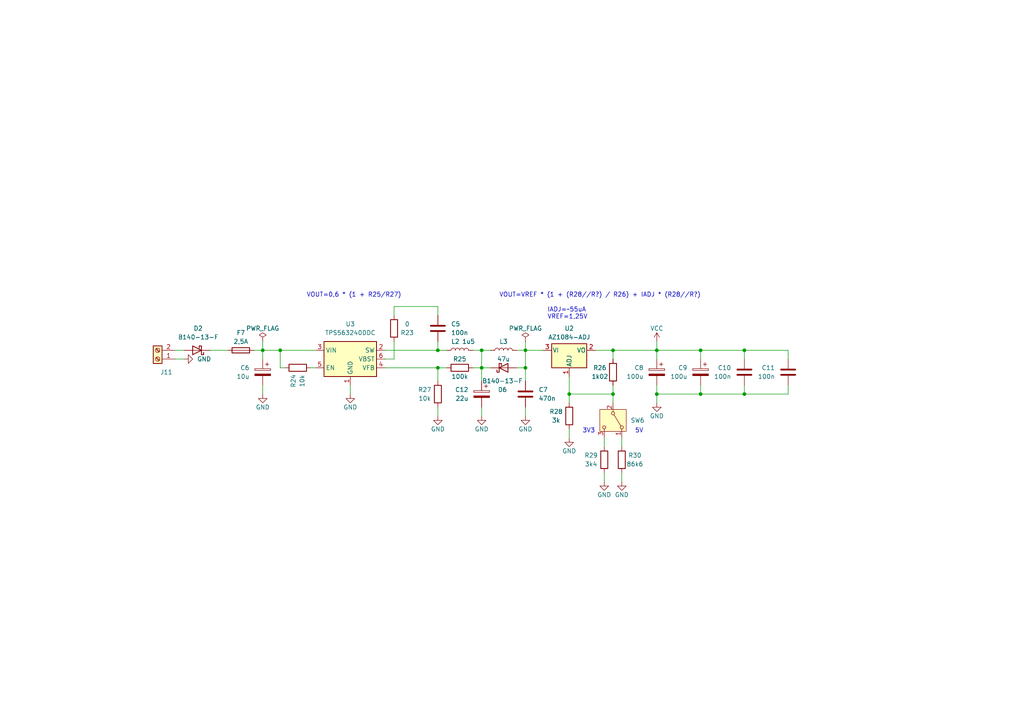
<source format=kicad_sch>
(kicad_sch (version 20230121) (generator eeschema)
  (paper "A4")
  (title_block (title "${acronym} - ${title}") (date "${date}") (rev "${revision}") (company "${company}") (comment 1 "${creator}") (comment 2 "${license}"))
  (lib_symbols
    (symbol "Connector:Screw_Terminal_01x02" (pin_names (offset 1.016) hide)
      (property "Reference" "J" (at 0 2.54 0))
      (property "Value" "Screw_Terminal_01x02" (at 0 -5.08 0))
      (symbol "Screw_Terminal_01x02_1_1"
        (rectangle (start -1.27 1.27) (end 1.27 -3.81) (stroke (width 0.254)) (fill (type background)))
        (circle (center 0 -2.54) (radius 0.635) (stroke (width 0.1524)))
        (polyline (pts (xy -0.5334 -2.2098) (xy 0.3302 -3.048)) (stroke (width 0.1524)))
        (polyline (pts (xy -0.5334 0.3302) (xy 0.3302 -0.508)) (stroke (width 0.1524)))
        (polyline (pts (xy -0.3556 -2.032) (xy 0.508 -2.8702)) (stroke (width 0.1524)))
        (polyline (pts (xy -0.3556 0.508) (xy 0.508 -0.3302)) (stroke (width 0.1524)))
        (circle (center 0 0) (radius 0.635) (stroke (width 0.1524)))
        (pin passive line (at -5.08 0 0) (length 3.81) (name "Pin_1") (number "1"))
        (pin passive line (at -5.08 -2.54 0) (length 3.81) (name "Pin_2") (number "2"))
      )
    )
    (symbol "Device:C" (pin_numbers hide) (pin_names (offset 0.254))
      (property "Reference" "C" (at 0.635 2.54 0))
      (property "Value" "C" (at 0.635 -2.54 0))
      (symbol "C_0_1"
        (polyline (pts (xy -2.032 -0.762) (xy 2.032 -0.762)) (stroke (width 0.508)))
        (polyline (pts (xy -2.032 0.762) (xy 2.032 0.762)) (stroke (width 0.508)))
      )
      (symbol "C_1_1"
        (pin passive line (at 0 3.81 270) (length 2.794) (name "~") (number "1"))
        (pin passive line (at 0 -3.81 90) (length 2.794) (name "~") (number "2"))
      )
    )
    (symbol "Device:C_Polarized" (pin_numbers hide) (pin_names (offset 0.254))
      (property "Reference" "C" (at 0.635 2.54 0))
      (property "Value" "C_Polarized" (at 0.635 -2.54 0))
      (symbol "C_Polarized_0_1"
        (rectangle (start -2.286 0.508) (end 2.286 1.016))
        (polyline (pts (xy -1.778 2.286) (xy -0.762 2.286)))
        (polyline (pts (xy -1.27 2.794) (xy -1.27 1.778)))
        (rectangle (start 2.286 -0.508) (end -2.286 -1.016) (fill (type outline)))
      )
      (symbol "C_Polarized_1_1"
        (pin passive line (at 0 3.81 270) (length 2.794) (name "~") (number "1"))
        (pin passive line (at 0 -3.81 90) (length 2.794) (name "~") (number "2"))
      )
    )
    (symbol "Device:D_Schottky" (pin_numbers hide) (pin_names (offset 1.016) hide)
      (property "Reference" "D" (at 0 2.54 0))
      (property "Value" "D_Schottky" (at 0 -2.54 0))
      (symbol "D_Schottky_0_1"
        (polyline (pts (xy 1.27 0) (xy -1.27 0)))
        (polyline (pts (xy 1.27 1.27) (xy 1.27 -1.27) (xy -1.27 0) (xy 1.27 1.27)) (stroke (width 0.254)))
        (polyline (pts (xy -1.905 0.635) (xy -1.905 1.27) (xy -1.27 1.27) (xy -1.27 -1.27) (xy -0.635 -1.27) (xy -0.635 -0.635)) (stroke (width 0.254)))
      )
      (symbol "D_Schottky_1_1"
        (pin passive line (at -3.81 0 0) (length 2.54) (name "K") (number "1"))
        (pin passive line (at 3.81 0 180) (length 2.54) (name "A") (number "2"))
      )
    )
    (symbol "Device:Fuse" (pin_numbers hide) (pin_names (offset 0))
      (property "Reference" "F" (at 2.032 0 90))
      (property "Value" "Fuse" (at -1.905 0 90))
      (symbol "Fuse_0_1"
        (rectangle (start -0.762 -2.54) (end 0.762 2.54) (stroke (width 0.254)))
        (polyline (pts (xy 0 2.54) (xy 0 -2.54)))
      )
      (symbol "Fuse_1_1"
        (pin passive line (at 0 3.81 270) (length 1.27) (name "~") (number "1"))
        (pin passive line (at 0 -3.81 90) (length 1.27) (name "~") (number "2"))
      )
    )
    (symbol "Device:L" (pin_numbers hide) (pin_names (offset 1.016) hide)
      (property "Reference" "L" (at -1.27 0 90))
      (property "Value" "L" (at 1.905 0 90))
      (symbol "L_0_1"
        (arc (start 0 -2.54) (mid 0.6323 -1.905) (end 0 -1.27))
        (arc (start 0 -1.27) (mid 0.6323 -0.635) (end 0 0))
        (arc (start 0 0) (mid 0.6323 0.635) (end 0 1.27))
        (arc (start 0 1.27) (mid 0.6323 1.905) (end 0 2.54))
      )
      (symbol "L_1_1"
        (pin passive line (at 0 3.81 270) (length 1.27) (name "1") (number "1"))
        (pin passive line (at 0 -3.81 90) (length 1.27) (name "2") (number "2"))
      )
    )
    (symbol "Device:R" (pin_numbers hide) (pin_names (offset 0))
      (property "Reference" "R" (at 2.032 0 90))
      (property "Value" "R" (at 0 0 90))
      (symbol "R_0_1"
        (rectangle (start -1.016 -2.54) (end 1.016 2.54) (stroke (width 0.254)))
      )
      (symbol "R_1_1"
        (pin passive line (at 0 3.81 270) (length 1.27) (name "~") (number "1"))
        (pin passive line (at 0 -3.81 90) (length 1.27) (name "~") (number "2"))
      )
    )
    (symbol "Regulator_Linear:LM1084-ADJ" (pin_names (offset 0.254))
      (property "Reference" "U" (at -3.81 3.175 0))
      (property "Value" "LM1084-ADJ" (at 0 3.175 0))
      (symbol "LM1084-ADJ_0_1"
        (rectangle (start -5.08 1.905) (end 5.08 -5.08) (stroke (width 0.254)) (fill (type background)))
      )
      (symbol "LM1084-ADJ_1_1"
        (pin input line (at 0 -7.62 90) (length 2.54) (name "ADJ") (number "1"))
        (pin power_out line (at 7.62 0 180) (length 2.54) (name "VO") (number "2"))
        (pin power_in line (at -7.62 0 0) (length 2.54) (name "VI") (number "3"))
      )
    )
    (symbol "Regulator_Switching:TPS563240DDC"
      (property "Reference" "U" (at -7.62 6.35 0))
      (property "Value" "TPS563240DDC" (at -2.54 6.35 0))
      (symbol "TPS563240DDC_0_1"
        (rectangle (start -7.62 5.08) (end 7.62 -5.08) (stroke (width 0.254)) (fill (type background)))
      )
      (symbol "TPS563240DDC_1_1"
        (pin power_in line (at 0 -7.62 90) (length 2.54) (name "GND") (number "1"))
        (pin output line (at 10.16 2.54 180) (length 2.54) (name "SW") (number "2"))
        (pin power_in line (at -10.16 2.54 0) (length 2.54) (name "VIN") (number "3"))
        (pin input line (at 10.16 -2.54 180) (length 2.54) (name "VFB") (number "4"))
        (pin input line (at -10.16 -2.54 0) (length 2.54) (name "EN") (number "5"))
        (pin passive line (at 10.16 0 180) (length 2.54) (name "VBST") (number "6"))
      )
    )
    (symbol "Switch:SW_SPDT" (pin_names (offset 0) hide)
      (property "Reference" "SW" (at 0 5.08 0))
      (property "Value" "SW_SPDT" (at 0 -5.08 0))
      (symbol "SW_SPDT_0_1"
        (circle (center -2.032 0) (radius 0.4572))
        (polyline (pts (xy -1.651 0.254) (xy 1.651 2.286)))
        (circle (center 2.032 -2.54) (radius 0.4572))
        (circle (center 2.032 2.54) (radius 0.4572))
      )
      (symbol "SW_SPDT_1_1"
        (rectangle (start -3.175 3.81) (end 3.175 -3.81) (fill (type background)))
        (pin passive line (at 5.08 2.54 180) (length 2.54) (name "A") (number "1"))
        (pin passive line (at -5.08 0 0) (length 2.54) (name "B") (number "2"))
        (pin passive line (at 5.08 -2.54 180) (length 2.54) (name "C") (number "3"))
      )
    )
    (symbol "power:GND" (power) (pin_names (offset 0))
      (property "Value" "GND" (at 0 -3.81 0))
      (symbol "GND_0_1"
        (polyline (pts (xy 0 0) (xy 0 -1.27) (xy 1.27 -1.27) (xy 0 -2.54) (xy -1.27 -1.27) (xy 0 -1.27)))
      )
      (symbol "GND_1_1"
        (pin power_in line (at 0 0 270) (length 0) hide (name "GND") (number "1"))
      )
    )
    (symbol "power:PWR_FLAG" (power) (pin_numbers hide) (pin_names (offset 0) hide)
      (property "Value" "PWR_FLAG" (at 0 3.81 0))
      (symbol "PWR_FLAG_0_0"
        (pin power_out line (at 0 0 90) (length 0) (name "pwr") (number "1"))
      )
      (symbol "PWR_FLAG_0_1"
        (polyline (pts (xy 0 0) (xy 0 1.27) (xy -1.016 1.905) (xy 0 2.54) (xy 1.016 1.905) (xy 0 1.27)))
      )
    )
    (symbol "power:VCC" (power) (pin_names (offset 0))
      (property "Value" "VCC" (at 0 3.81 0))
      (symbol "VCC_0_1"
        (polyline (pts (xy -0.762 1.27) (xy 0 2.54)))
        (polyline (pts (xy 0 0) (xy 0 2.54)))
        (polyline (pts (xy 0 2.54) (xy 0.762 1.27)))
      )
      (symbol "VCC_1_1"
        (pin power_in line (at 0 0 90) (length 0) hide (name "VCC") (number "1"))
      )
    )
  )
  (junction (at 139.7 101.6))
  (junction (at 215.9 114.3))
  (junction (at 165.1 114.3))
  (junction (at 190.5 101.6))
  (junction (at 76.2 101.6))
  (junction (at 152.4 106.68))
  (junction (at 177.8 114.3))
  (junction (at 190.5 114.3))
  (junction (at 127 106.68))
  (junction (at 203.2 101.6))
  (junction (at 152.4 101.6))
  (junction (at 203.2 114.3))
  (junction (at 81.28 101.6))
  (junction (at 139.7 106.68))
  (junction (at 215.9 101.6))
  (junction (at 177.8 101.6))
  (junction (at 127 101.6))
  (wire (pts (xy 139.7 101.6) (xy 142.24 101.6)))
  (wire (pts (xy 73.66 101.6) (xy 76.2 101.6)))
  (wire (pts (xy 203.2 104.14) (xy 203.2 101.6)))
  (wire (pts (xy 114.3 99.06) (xy 114.3 104.14)))
  (wire (pts (xy 149.86 106.68) (xy 152.4 106.68)))
  (wire (pts (xy 165.1 114.3) (xy 165.1 116.84)))
  (wire (pts (xy 60.96 101.6) (xy 66.04 101.6)))
  (wire (pts (xy 203.2 111.76) (xy 203.2 114.3)))
  (wire (pts (xy 228.6 104.14) (xy 228.6 101.6)))
  (wire (pts (xy 180.34 127) (xy 180.34 129.54)))
  (wire (pts (xy 190.5 111.76) (xy 190.5 114.3)))
  (wire (pts (xy 81.28 101.6) (xy 91.44 101.6)))
  (wire (pts (xy 215.9 111.76) (xy 215.9 114.3)))
  (wire (pts (xy 139.7 106.68) (xy 142.24 106.68)))
  (wire (pts (xy 127 88.9) (xy 127 91.44)))
  (wire (pts (xy 149.86 101.6) (xy 152.4 101.6)))
  (wire (pts (xy 152.4 101.6) (xy 152.4 106.68)))
  (wire (pts (xy 81.28 106.68) (xy 82.55 106.68)))
  (wire (pts (xy 177.8 111.76) (xy 177.8 114.3)))
  (wire (pts (xy 53.34 104.14) (xy 50.8 104.14)))
  (wire (pts (xy 165.1 109.22) (xy 165.1 114.3)))
  (wire (pts (xy 127 118.11) (xy 127 120.65)))
  (wire (pts (xy 137.16 106.68) (xy 139.7 106.68)))
  (wire (pts (xy 175.26 137.16) (xy 175.26 139.7)))
  (wire (pts (xy 203.2 101.6) (xy 215.9 101.6)))
  (wire (pts (xy 111.76 101.6) (xy 127 101.6)))
  (wire (pts (xy 127 106.68) (xy 127 110.49)))
  (wire (pts (xy 114.3 88.9) (xy 114.3 91.44)))
  (wire (pts (xy 175.26 127) (xy 175.26 129.54)))
  (wire (pts (xy 165.1 114.3) (xy 177.8 114.3)))
  (wire (pts (xy 139.7 106.68) (xy 139.7 110.49)))
  (wire (pts (xy 114.3 104.14) (xy 111.76 104.14)))
  (wire (pts (xy 190.5 114.3) (xy 203.2 114.3)))
  (wire (pts (xy 190.5 99.06) (xy 190.5 101.6)))
  (wire (pts (xy 139.7 101.6) (xy 139.7 106.68)))
  (wire (pts (xy 90.17 106.68) (xy 91.44 106.68)))
  (wire (pts (xy 203.2 114.3) (xy 215.9 114.3)))
  (wire (pts (xy 152.4 118.11) (xy 152.4 120.65)))
  (wire (pts (xy 114.3 88.9) (xy 127 88.9)))
  (wire (pts (xy 127 106.68) (xy 129.54 106.68)))
  (wire (pts (xy 50.8 101.6) (xy 53.34 101.6)))
  (wire (pts (xy 215.9 101.6) (xy 228.6 101.6)))
  (wire (pts (xy 190.5 101.6) (xy 203.2 101.6)))
  (wire (pts (xy 190.5 114.3) (xy 190.5 116.84)))
  (wire (pts (xy 81.28 101.6) (xy 81.28 106.68)))
  (wire (pts (xy 190.5 104.14) (xy 190.5 101.6)))
  (wire (pts (xy 152.4 101.6) (xy 157.48 101.6)))
  (wire (pts (xy 180.34 137.16) (xy 180.34 139.7)))
  (wire (pts (xy 127 99.06) (xy 127 101.6)))
  (wire (pts (xy 228.6 111.76) (xy 228.6 114.3)))
  (wire (pts (xy 137.16 101.6) (xy 139.7 101.6)))
  (wire (pts (xy 165.1 124.46) (xy 165.1 127)))
  (wire (pts (xy 76.2 101.6) (xy 76.2 104.14)))
  (wire (pts (xy 76.2 111.76) (xy 76.2 114.3)))
  (wire (pts (xy 228.6 114.3) (xy 215.9 114.3)))
  (wire (pts (xy 177.8 101.6) (xy 190.5 101.6)))
  (wire (pts (xy 101.6 111.76) (xy 101.6 114.3)))
  (wire (pts (xy 139.7 118.11) (xy 139.7 120.65)))
  (wire (pts (xy 111.76 106.68) (xy 127 106.68)))
  (wire (pts (xy 76.2 101.6) (xy 81.28 101.6)))
  (wire (pts (xy 215.9 104.14) (xy 215.9 101.6)))
  (wire (pts (xy 177.8 101.6) (xy 177.8 104.14)))
  (wire (pts (xy 177.8 114.3) (xy 177.8 116.84)))
  (wire (pts (xy 127 101.6) (xy 129.54 101.6)))
  (wire (pts (xy 152.4 99.06) (xy 152.4 101.6)))
  (wire (pts (xy 76.2 99.06) (xy 76.2 101.6)))
  (wire (pts (xy 172.72 101.6) (xy 177.8 101.6)))
  (wire (pts (xy 152.4 106.68) (xy 152.4 110.49)))
  (text "VOUT=0,6 * (1 + R25/R27)" (at 88.9 86.36 0) (effects (font (size 1.27 1.27)) (justify left bottom)))
  (text "VOUT=VREF * (1 + (R28//R?) / R26) + IADJ * (R28//R?)" (at 144.78 86.36 0) (effects (font (size 1.27 1.27)) (justify left bottom)))
  (text "3V3" (at 168.91 125.73 0) (effects (font (size 1.27 1.27)) (justify left bottom)))
  (text "5V" (at 184.15 125.73 0) (effects (font (size 1.27 1.27)) (justify left bottom)))
  (text "IADJ=~55uA\nVREF=1,25V" (at 158.75 92.71 0) (effects (font (size 1.27 1.27)) (justify left bottom)))
  (symbol (lib_id "Device:C_Polarized") (at 190.5 107.95 0) (mirror y) (unit 1)
    (property "Reference" "C8" (at 186.69 106.68 0) (effects (justify left)))
    (property "Value" "100u" (at 186.69 109.22 0) (effects (justify left)))
    (property "Footprint" "Capacitor_SMD:CP_Elec_5x5.4" (effects hide))
    (property "Vendor" "DigiKey" (effects hide))
    (property "VendorId" "10-EEE-FN1C101URCT-ND" (effects hide))
  )
  (symbol (lib_id "Device:R") (at 127 114.3 0) (mirror x) (unit 1)
    (property "Reference" "R27" (at 123.19 113.03 0))
    (property "Value" "10k" (at 123.19 115.57 0))
    (property "Footprint" "Resistor_SMD:R_1206_3216Metric" (effects hide))
    (property "Vendor" "HTL" (effects hide))
    (property "VendorId" "102967" (effects hide))
  )
  (symbol (lib_id "power:GND") (at 127 120.65 0) (unit 1)
    (property "Reference" "#PWR042" (effects hide))
    (property "Value" "GND" (at 127 124.46 0))
  )
  (symbol (lib_id "power:GND") (at 180.34 139.7 0) (mirror y) (unit 1)
    (property "Reference" "#PWR046" (effects hide))
    (property "Value" "GND" (at 180.34 143.51 0))
  )
  (symbol (lib_id "Regulator_Switching:TPS563240DDC") (at 101.6 104.14 0) (unit 1)
    (property "Reference" "U3" (at 101.6 93.98 0))
    (property "Value" "TPS563240DDC" (at 101.6 96.52 0))
    (property "Footprint" "Package_TO_SOT_SMD:SOT-23-6" (effects hide))
    (property "Datasheet" "www.ti.com/lit/ds/symlink/tps563240.pdf" (effects hide))
    (property "Vendor" "DigiKey" (effects hide))
    (property "VendorId" "296-TPS563240DDCRCT-ND" (effects hide))
  )
  (symbol (lib_id "power:GND") (at 76.2 114.3 0) (unit 1)
    (property "Reference" "#PWR038" (effects hide))
    (property "Value" "GND" (at 76.2 118.11 0))
  )
  (symbol (lib_id "Device:R") (at 86.36 106.68 270) (mirror x) (unit 1)
    (property "Reference" "R24" (at 85.09 110.49 0))
    (property "Value" "10k" (at 87.63 110.49 0))
    (property "Footprint" "Resistor_SMD:R_1206_3216Metric" (effects hide))
    (property "Vendor" "HTL" (effects hide))
    (property "VendorId" "102967" (effects hide))
  )
  (symbol (lib_id "Device:C_Polarized") (at 139.7 114.3 0) (mirror y) (unit 1)
    (property "Reference" "C12" (at 135.89 113.03 0) (effects (justify left)))
    (property "Value" "22u" (at 135.89 115.57 0) (effects (justify left)))
    (property "Footprint" "Capacitor_SMD:CP_Elec_5x5.4" (effects hide))
    (property "Vendor" "DigiKey" (effects hide))
    (property "VendorId" "399-11438-1-ND" (effects hide))
  )
  (symbol (lib_id "Device:L") (at 133.35 101.6 90) (unit 1)
    (property "Reference" "L2" (at 132.08 99.06 90))
    (property "Value" "1u5" (at 135.89 99.06 90))
    (property "Footprint" "Inductor_SMD:L_Bourns_SRP7028A_7.3x6.6mm" (effects hide))
    (property "Vendor" "DigiKey" (effects hide))
    (property "VendorId" "553-4005-1-ND" (effects hide))
  )
  (symbol (lib_id "Device:R") (at 114.3 95.25 0) (mirror y) (unit 1)
    (property "Reference" "R23" (at 118.11 96.52 0))
    (property "Value" "0" (at 118.11 93.98 0))
    (property "Footprint" "Resistor_SMD:R_1206_3216Metric" (effects hide))
    (property "Vendor" "HTL" (effects hide))
    (property "VendorId" "102902" (effects hide))
  )
  (symbol (lib_id "power:GND") (at 139.7 120.65 0) (unit 1)
    (property "Reference" "#PWR043" (effects hide))
    (property "Value" "GND" (at 139.7 124.46 0))
  )
  (symbol (lib_id "power:GND") (at 53.34 104.14 90) (unit 1)
    (property "Reference" "#PWR037" (effects hide))
    (property "Value" "GND" (at 57.15 104.14 90) (effects (justify right)))
  )
  (symbol (lib_id "Device:R") (at 177.8 107.95 0) (mirror x) (unit 1)
    (property "Reference" "R26" (at 173.99 106.68 0))
    (property "Value" "1k02" (at 173.99 109.22 0))
    (property "Footprint" "Resistor_SMD:R_1206_3216Metric" (effects hide))
    (property "Vendor" "DigiKey" (effects hide))
    (property "VendorId" "311-1.02KFRCT-ND" (effects hide))
  )
  (symbol (lib_id "Device:C") (at 152.4 114.3 180) (unit 1)
    (property "Reference" "C7" (at 156.21 113.03 0) (effects (justify right)))
    (property "Value" "470n" (at 156.21 115.57 0) (effects (justify right)))
    (property "Footprint" "Capacitor_SMD:C_1206_3216Metric" (effects hide))
    (property "Vendor" "HTL" (effects hide))
    (property "VendorId" "103260" (effects hide))
  )
  (symbol (lib_id "Device:R") (at 165.1 120.65 0) (mirror x) (unit 1)
    (property "Reference" "R28" (at 161.29 119.38 0))
    (property "Value" "3k" (at 161.29 121.92 0))
    (property "Footprint" "Resistor_SMD:R_1206_3216Metric" (effects hide))
    (property "Vendor" "DigiKey" (effects hide))
    (property "VendorId" "RMCF1206JT3K00CT-ND" (effects hide))
  )
  (symbol (lib_id "Device:L") (at 146.05 101.6 90) (unit 1)
    (property "Reference" "L3" (at 146.05 99.06 90))
    (property "Value" "47u" (at 146.05 104.14 90))
    (property "Footprint" "Inductor_SMD:L_Bourns_SRN8040TA" (effects hide))
    (property "Vendor" "DigiKey" (effects hide))
    (property "VendorId" "283-SDCHA1V8040-470-RCT-ND" (effects hide))
  )
  (symbol (lib_id "Device:C") (at 215.9 107.95 0) (mirror x) (unit 1)
    (property "Reference" "C10" (at 212.09 106.68 0) (effects (justify right)))
    (property "Value" "100n" (at 212.09 109.22 0) (effects (justify right)))
    (property "Footprint" "Capacitor_SMD:C_1206_3216Metric" (effects hide))
    (property "Vendor" "HTL" (effects hide))
    (property "VendorId" "100128" (effects hide))
  )
  (symbol (lib_id "power:GND") (at 101.6 114.3 0) (unit 1)
    (property "Reference" "#PWR039" (effects hide))
    (property "Value" "GND" (at 101.6 118.11 0))
  )
  (symbol (lib_id "power:GND") (at 165.1 127 0) (mirror y) (unit 1)
    (property "Reference" "#PWR044" (effects hide))
    (property "Value" "GND" (at 165.1 130.81 0))
  )
  (symbol (lib_id "Device:R") (at 175.26 133.35 0) (mirror x) (unit 1)
    (property "Reference" "R29" (at 171.45 132.08 0))
    (property "Value" "3k4" (at 171.45 134.62 0))
    (property "Footprint" "Resistor_SMD:R_1206_3216Metric" (effects hide))
    (property "Vendor" "DigiKey" (effects hide))
    (property "VendorId" "311-3.40KFRCT-ND" (effects hide))
  )
  (symbol (lib_id "Device:R") (at 133.35 106.68 270) (mirror x) (unit 1)
    (property "Reference" "R25" (at 133.35 104.14 90))
    (property "Value" "100k" (at 133.35 109.22 90))
    (property "Footprint" "Resistor_SMD:R_1206_3216Metric" (effects hide))
    (property "Vendor" "HTL" (effects hide))
    (property "VendorId" "102987" (effects hide))
  )
  (symbol (lib_id "Device:Fuse") (at 69.85 101.6 90) (unit 1)
    (property "Reference" "F7" (at 69.85 96.52 90))
    (property "Value" "2,5A" (at 69.85 99.06 90))
    (property "Footprint" "Fuse:Fuse_1812_4532Metric" (effects hide))
    (property "Vendor" "DigiKey" (effects hide))
    (property "VendorId" "507-1773-1-ND" (effects hide))
  )
  (symbol (lib_id "Switch:SW_SPDT") (at 177.8 121.92 270) (unit 1)
    (property "Reference" "SW6" (at 182.88 121.92 90) (effects (justify left)))
    (property "Value" "SW_SPDT" (effects hide))
    (property "Footprint" "Button_Switch_SMD:SW_SPDT_CK_JS102011SAQN" (effects hide))
    (property "Vendor" "DigiKey" (effects hide))
    (property "VendorId" "401-1999-1-ND" (effects hide))
  )
  (symbol (lib_id "Device:C") (at 127 95.25 180) (unit 1)
    (property "Reference" "C5" (at 130.81 93.98 0) (effects (justify right)))
    (property "Value" "100n" (at 130.81 96.52 0) (effects (justify right)))
    (property "Footprint" "Capacitor_SMD:C_1206_3216Metric" (effects hide))
    (property "Vendor" "HTL" (effects hide))
    (property "VendorId" "100128" (effects hide))
  )
  (symbol (lib_id "Device:C") (at 228.6 107.95 0) (mirror x) (unit 1)
    (property "Reference" "C11" (at 224.79 106.68 0) (effects (justify right)))
    (property "Value" "100n" (at 224.79 109.22 0) (effects (justify right)))
    (property "Footprint" "Capacitor_SMD:C_1206_3216Metric" (effects hide))
    (property "Vendor" "HTL" (effects hide))
    (property "VendorId" "100128" (effects hide))
  )
  (symbol (lib_id "Device:R") (at 180.34 133.35 180) (unit 1)
    (property "Reference" "R30" (at 184.15 132.08 0))
    (property "Value" "86k6" (at 184.15 134.62 0))
    (property "Footprint" "Resistor_SMD:R_1206_3216Metric" (effects hide))
    (property "Vendor" "DigiKey" (effects hide))
    (property "VendorId" "311-86.6KFRCT-ND" (effects hide))
  )
  (symbol (lib_id "Device:C_Polarized") (at 203.2 107.95 0) (mirror y) (unit 1)
    (property "Reference" "C9" (at 199.39 106.68 0) (effects (justify left)))
    (property "Value" "100u" (at 199.39 109.22 0) (effects (justify left)))
    (property "Footprint" "Capacitor_SMD:CP_Elec_5x5.4" (effects hide))
    (property "Vendor" "DigiKey" (effects hide))
    (property "VendorId" "10-EEE-FN1C101URCT-ND" (effects hide))
  )
  (symbol (lib_id "Device:D_Schottky") (at 57.15 101.6 180) (unit 1)
    (property "Reference" "D2" (at 57.4675 95.25 0))
    (property "Value" "B140-13-F" (at 57.4675 97.79 0))
    (property "Footprint" "Diode_SMD:D_SMA" (effects hide))
    (property "Vendor" "HTL" (effects hide))
    (property "VendorId" "103360" (effects hide))
  )
  (symbol (lib_id "Device:D_Schottky") (at 146.05 106.68 0) (mirror x) (unit 1)
    (property "Reference" "D6" (at 145.7325 113.03 0))
    (property "Value" "B140-13-F" (at 145.7325 110.49 0))
    (property "Footprint" "Diode_SMD:D_SMA" (effects hide))
    (property "Vendor" "HTL" (effects hide))
    (property "VendorId" "103360" (effects hide))
  )
  (symbol (lib_id "power:PWR_FLAG") (at 152.4 99.06 0) (unit 1)
    (property "Reference" "#FLG03" (effects hide))
    (property "Value" "PWR_FLAG" (at 152.4 95.25 0))
  )
  (symbol (lib_id "power:VCC") (at 190.5 99.06 0) (unit 1)
    (property "Reference" "#PWR036" (effects hide))
    (property "Value" "VCC" (at 190.5 95.25 0))
  )
  (symbol (lib_id "power:GND") (at 175.26 139.7 0) (mirror y) (unit 1)
    (property "Reference" "#PWR045" (effects hide))
    (property "Value" "GND" (at 175.26 143.51 0))
  )
  (symbol (lib_id "power:PWR_FLAG") (at 76.2 99.06 0) (unit 1)
    (property "Reference" "#FLG02" (effects hide))
    (property "Value" "PWR_FLAG" (at 76.2 95.25 0))
  )
  (symbol (lib_id "power:GND") (at 190.5 116.84 0) (unit 1)
    (property "Reference" "#PWR041" (effects hide))
    (property "Value" "GND" (at 190.5 120.65 0))
  )
  (symbol (lib_id "Regulator_Linear:LM1084-ADJ") (at 165.1 101.6 0) (unit 1)
    (property "Reference" "U2" (at 165.1 95.25 0))
    (property "Value" "AZ1084-ADJ" (at 165.1 97.79 0))
    (property "Footprint" "Package_TO_SOT_SMD:TO-263-2" (effects hide))
    (property "Datasheet" "http://www.ti.com/lit/ds/symlink/lm1084.pdf" (effects hide))
    (property "Vendor" "DigiKey" (effects hide))
    (property "VendorId" "AZ1084CD-ADJTRG1DICT-ND" (effects hide))
  )
  (symbol (lib_id "Connector:Screw_Terminal_01x02") (at 45.72 104.14 180) (unit 1)
    (property "Reference" "J11" (at 48.26 107.95 0))
    (property "Value" "Screw_Terminal_01x02" (effects hide))
    (property "Footprint" "TerminalBlock_RND:TerminalBlock_RND_205-00001_1x02_P5.00mm_Horizontal" (effects hide))
    (property "Vendor" "HTL" (effects hide))
    (property "VendorId" "101498" (effects hide))
  )
  (symbol (lib_id "power:GND") (at 152.4 120.65 0) (unit 1)
    (property "Reference" "#PWR040" (effects hide))
    (property "Value" "GND" (at 152.4 124.46 0))
  )
  (symbol (lib_id "Device:C_Polarized") (at 76.2 107.95 0) (mirror y) (unit 1)
    (property "Reference" "C6" (at 72.39 106.68 0) (effects (justify left)))
    (property "Value" "10u" (at 72.39 109.22 0) (effects (justify left)))
    (property "Footprint" "Capacitor_SMD:CP_Elec_5x5.4" (effects hide))
    (property "Vendor" "DigiKey" (effects hide))
    (property "VendorId" "1572-ATB106M050D058CT-ND" (effects hide))
  )
)
</source>
